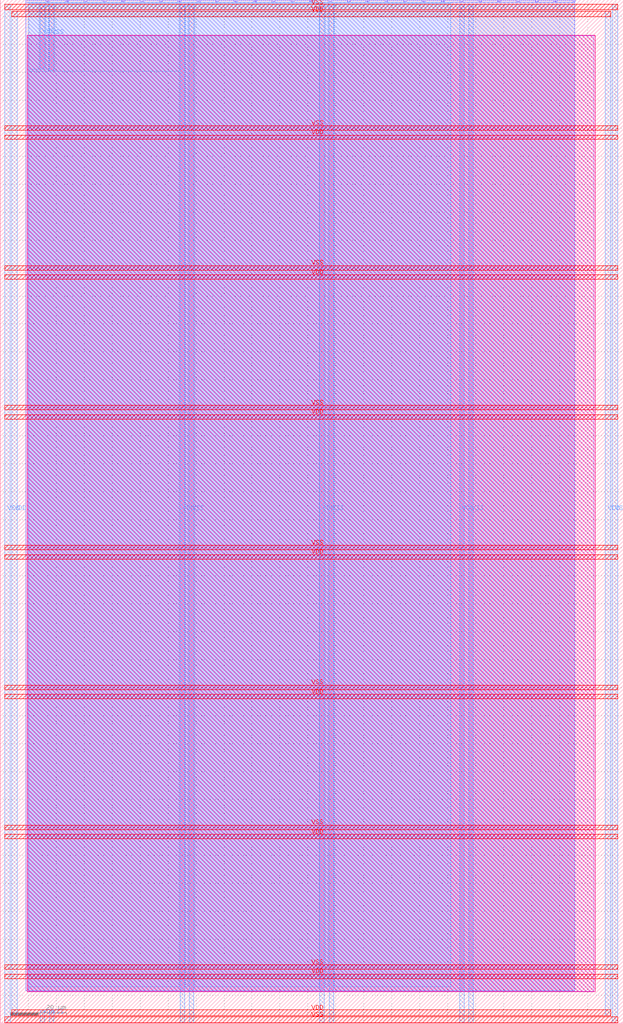
<source format=lef>
VERSION 5.7 ;
  NOWIREEXTENSIONATPIN ON ;
  DIVIDERCHAR "/" ;
  BUSBITCHARS "[]" ;
MACRO efuse_wb_mem_32x8
  CLASS BLOCK ;
  FOREIGN efuse_wb_mem_32x8 ;
  ORIGIN 0.000 0.000 ;
  SIZE 222.730 BY 365.825 ;
  PIN VDD
    DIRECTION INOUT ;
    USE POWER ;
    PORT
      LAYER Metal4 ;
        RECT 4.080 2.760 6.080 361.800 ;
    END
    PORT
      LAYER Metal5 ;
        RECT 4.080 2.760 218.240 4.760 ;
    END
    PORT
      LAYER Metal5 ;
        RECT 4.080 359.800 218.240 361.800 ;
    END
    PORT
      LAYER Metal4 ;
        RECT 216.240 2.760 218.240 361.800 ;
    END
    PORT
      LAYER Metal4 ;
        RECT 14.280 0.260 15.880 4.440 ;
    END
    PORT
      LAYER Metal4 ;
        RECT 14.280 341.385 15.880 364.300 ;
    END
    PORT
      LAYER Metal4 ;
        RECT 64.280 0.260 65.880 364.300 ;
    END
    PORT
      LAYER Metal4 ;
        RECT 114.280 0.260 115.880 364.300 ;
    END
    PORT
      LAYER Metal4 ;
        RECT 164.280 0.260 165.880 364.300 ;
    END
    PORT
      LAYER Metal5 ;
        RECT 1.580 15.960 220.740 17.560 ;
    END
    PORT
      LAYER Metal5 ;
        RECT 1.580 65.960 220.740 67.560 ;
    END
    PORT
      LAYER Metal5 ;
        RECT 1.580 115.960 220.740 117.560 ;
    END
    PORT
      LAYER Metal5 ;
        RECT 1.580 165.960 220.740 167.560 ;
    END
    PORT
      LAYER Metal5 ;
        RECT 1.580 215.960 220.740 217.560 ;
    END
    PORT
      LAYER Metal5 ;
        RECT 1.580 265.960 220.740 267.560 ;
    END
    PORT
      LAYER Metal5 ;
        RECT 1.580 315.960 220.740 317.560 ;
    END
  END VDD
  PIN VSS
    DIRECTION INOUT ;
    USE GROUND ;
    PORT
      LAYER Metal4 ;
        RECT 1.580 0.260 3.580 364.300 ;
    END
    PORT
      LAYER Metal5 ;
        RECT 1.580 0.260 220.740 2.260 ;
    END
    PORT
      LAYER Metal5 ;
        RECT 1.580 362.300 220.740 364.300 ;
    END
    PORT
      LAYER Metal4 ;
        RECT 218.740 0.260 220.740 364.300 ;
    END
    PORT
      LAYER Metal4 ;
        RECT 17.580 0.260 19.180 4.440 ;
    END
    PORT
      LAYER Metal4 ;
        RECT 17.580 340.740 19.180 364.300 ;
    END
    PORT
      LAYER Metal4 ;
        RECT 67.580 0.260 69.180 364.300 ;
    END
    PORT
      LAYER Metal4 ;
        RECT 117.580 0.260 119.180 364.300 ;
    END
    PORT
      LAYER Metal4 ;
        RECT 167.580 0.260 169.180 364.300 ;
    END
    PORT
      LAYER Metal5 ;
        RECT 1.580 19.260 220.740 20.860 ;
    END
    PORT
      LAYER Metal5 ;
        RECT 1.580 69.260 220.740 70.860 ;
    END
    PORT
      LAYER Metal5 ;
        RECT 1.580 119.260 220.740 120.860 ;
    END
    PORT
      LAYER Metal5 ;
        RECT 1.580 169.260 220.740 170.860 ;
    END
    PORT
      LAYER Metal5 ;
        RECT 1.580 219.260 220.740 220.860 ;
    END
    PORT
      LAYER Metal5 ;
        RECT 1.580 269.260 220.740 270.860 ;
    END
    PORT
      LAYER Metal5 ;
        RECT 1.580 319.260 220.740 320.860 ;
    END
  END VSS
  PIN wb_ack_o
    DIRECTION OUTPUT ;
    USE SIGNAL ;
    ANTENNADIFFAREA 1.182800 ;
    PORT
      LAYER Metal2 ;
        RECT 30.240 365.265 30.800 365.825 ;
    END
  END wb_ack_o
  PIN wb_adr_i[0]
    DIRECTION INPUT ;
    USE SIGNAL ;
    ANTENNAGATEAREA 1.102000 ;
    ANTENNADIFFAREA 0.410400 ;
    PORT
      LAYER Metal2 ;
        RECT 57.120 365.265 57.680 365.825 ;
    END
  END wb_adr_i[0]
  PIN wb_adr_i[1]
    DIRECTION INPUT ;
    USE SIGNAL ;
    ANTENNAGATEAREA 1.102000 ;
    ANTENNADIFFAREA 0.410400 ;
    PORT
      LAYER Metal2 ;
        RECT 63.840 365.265 64.400 365.825 ;
    END
  END wb_adr_i[1]
  PIN wb_adr_i[2]
    DIRECTION INPUT ;
    USE SIGNAL ;
    ANTENNAGATEAREA 1.102000 ;
    ANTENNADIFFAREA 0.410400 ;
    PORT
      LAYER Metal2 ;
        RECT 70.560 365.265 71.120 365.825 ;
    END
  END wb_adr_i[2]
  PIN wb_adr_i[3]
    DIRECTION INPUT ;
    USE SIGNAL ;
    ANTENNAGATEAREA 1.102000 ;
    ANTENNADIFFAREA 0.410400 ;
    PORT
      LAYER Metal2 ;
        RECT 77.280 365.265 77.840 365.825 ;
    END
  END wb_adr_i[3]
  PIN wb_adr_i[4]
    DIRECTION INPUT ;
    USE SIGNAL ;
    ANTENNAGATEAREA 1.102000 ;
    ANTENNADIFFAREA 0.410400 ;
    PORT
      LAYER Metal2 ;
        RECT 84.000 365.265 84.560 365.825 ;
    END
  END wb_adr_i[4]
  PIN wb_clk_i
    DIRECTION INPUT ;
    USE SIGNAL ;
    ANTENNAGATEAREA 4.738000 ;
    ANTENNADIFFAREA 0.410400 ;
    PORT
      LAYER Metal2 ;
        RECT 43.680 365.265 44.240 365.825 ;
    END
  END wb_clk_i
  PIN wb_cyc_i
    DIRECTION INPUT ;
    USE SIGNAL ;
    ANTENNAGATEAREA 1.102000 ;
    ANTENNADIFFAREA 0.410400 ;
    PORT
      LAYER Metal2 ;
        RECT 23.520 365.265 24.080 365.825 ;
    END
  END wb_cyc_i
  PIN wb_dat_i[0]
    DIRECTION INPUT ;
    USE SIGNAL ;
    ANTENNAGATEAREA 1.102000 ;
    ANTENNADIFFAREA 0.410400 ;
    PORT
      LAYER Metal2 ;
        RECT 90.720 365.265 91.280 365.825 ;
    END
  END wb_dat_i[0]
  PIN wb_dat_i[1]
    DIRECTION INPUT ;
    USE SIGNAL ;
    ANTENNAGATEAREA 1.102000 ;
    ANTENNADIFFAREA 0.410400 ;
    PORT
      LAYER Metal2 ;
        RECT 97.440 365.265 98.000 365.825 ;
    END
  END wb_dat_i[1]
  PIN wb_dat_i[2]
    DIRECTION INPUT ;
    USE SIGNAL ;
    ANTENNAGATEAREA 1.102000 ;
    ANTENNADIFFAREA 0.410400 ;
    PORT
      LAYER Metal2 ;
        RECT 104.160 365.265 104.720 365.825 ;
    END
  END wb_dat_i[2]
  PIN wb_dat_i[3]
    DIRECTION INPUT ;
    USE SIGNAL ;
    ANTENNAGATEAREA 1.102000 ;
    ANTENNADIFFAREA 0.410400 ;
    PORT
      LAYER Metal2 ;
        RECT 110.880 365.265 111.440 365.825 ;
    END
  END wb_dat_i[3]
  PIN wb_dat_i[4]
    DIRECTION INPUT ;
    USE SIGNAL ;
    ANTENNAGATEAREA 1.102000 ;
    ANTENNADIFFAREA 0.410400 ;
    PORT
      LAYER Metal2 ;
        RECT 117.600 365.265 118.160 365.825 ;
    END
  END wb_dat_i[4]
  PIN wb_dat_i[5]
    DIRECTION INPUT ;
    USE SIGNAL ;
    ANTENNAGATEAREA 1.102000 ;
    ANTENNADIFFAREA 0.410400 ;
    PORT
      LAYER Metal2 ;
        RECT 124.320 365.265 124.880 365.825 ;
    END
  END wb_dat_i[5]
  PIN wb_dat_i[6]
    DIRECTION INPUT ;
    USE SIGNAL ;
    ANTENNAGATEAREA 1.102000 ;
    ANTENNADIFFAREA 0.410400 ;
    PORT
      LAYER Metal2 ;
        RECT 131.040 365.265 131.600 365.825 ;
    END
  END wb_dat_i[6]
  PIN wb_dat_i[7]
    DIRECTION INPUT ;
    USE SIGNAL ;
    ANTENNAGATEAREA 1.102000 ;
    ANTENNADIFFAREA 0.410400 ;
    PORT
      LAYER Metal2 ;
        RECT 137.760 365.265 138.320 365.825 ;
    END
  END wb_dat_i[7]
  PIN wb_dat_o[0]
    DIRECTION OUTPUT ;
    USE SIGNAL ;
    ANTENNADIFFAREA 1.182800 ;
    PORT
      LAYER Metal2 ;
        RECT 151.200 365.265 151.760 365.825 ;
    END
  END wb_dat_o[0]
  PIN wb_dat_o[1]
    DIRECTION OUTPUT ;
    USE SIGNAL ;
    ANTENNADIFFAREA 1.182800 ;
    PORT
      LAYER Metal2 ;
        RECT 157.920 365.265 158.480 365.825 ;
    END
  END wb_dat_o[1]
  PIN wb_dat_o[2]
    DIRECTION OUTPUT ;
    USE SIGNAL ;
    ANTENNADIFFAREA 1.182800 ;
    PORT
      LAYER Metal2 ;
        RECT 164.640 365.265 165.200 365.825 ;
    END
  END wb_dat_o[2]
  PIN wb_dat_o[3]
    DIRECTION OUTPUT ;
    USE SIGNAL ;
    ANTENNADIFFAREA 1.182800 ;
    PORT
      LAYER Metal2 ;
        RECT 171.360 365.265 171.920 365.825 ;
    END
  END wb_dat_o[3]
  PIN wb_dat_o[4]
    DIRECTION OUTPUT ;
    USE SIGNAL ;
    ANTENNADIFFAREA 1.182800 ;
    PORT
      LAYER Metal2 ;
        RECT 178.080 365.265 178.640 365.825 ;
    END
  END wb_dat_o[4]
  PIN wb_dat_o[5]
    DIRECTION OUTPUT ;
    USE SIGNAL ;
    ANTENNADIFFAREA 1.182800 ;
    PORT
      LAYER Metal2 ;
        RECT 184.800 365.265 185.360 365.825 ;
    END
  END wb_dat_o[5]
  PIN wb_dat_o[6]
    DIRECTION OUTPUT ;
    USE SIGNAL ;
    ANTENNADIFFAREA 1.182800 ;
    PORT
      LAYER Metal2 ;
        RECT 191.520 365.265 192.080 365.825 ;
    END
  END wb_dat_o[6]
  PIN wb_dat_o[7]
    DIRECTION OUTPUT ;
    USE SIGNAL ;
    ANTENNADIFFAREA 1.182800 ;
    PORT
      LAYER Metal2 ;
        RECT 198.240 365.265 198.800 365.825 ;
    END
  END wb_dat_o[7]
  PIN wb_rst_i
    DIRECTION INPUT ;
    USE SIGNAL ;
    ANTENNAGATEAREA 1.102000 ;
    ANTENNADIFFAREA 0.410400 ;
    PORT
      LAYER Metal2 ;
        RECT 36.960 365.265 37.520 365.825 ;
    END
  END wb_rst_i
  PIN wb_sel_i
    DIRECTION INPUT ;
    USE SIGNAL ;
    ANTENNAGATEAREA 1.102000 ;
    ANTENNADIFFAREA 0.410400 ;
    PORT
      LAYER Metal2 ;
        RECT 144.480 365.265 145.040 365.825 ;
    END
  END wb_sel_i
  PIN wb_stb_i
    DIRECTION INPUT ;
    USE SIGNAL ;
    ANTENNAGATEAREA 1.102000 ;
    ANTENNADIFFAREA 0.410400 ;
    PORT
      LAYER Metal2 ;
        RECT 16.800 365.265 17.360 365.825 ;
    END
  END wb_stb_i
  PIN wb_we_i
    DIRECTION INPUT ;
    USE SIGNAL ;
    ANTENNAGATEAREA 1.102000 ;
    ANTENNADIFFAREA 0.410400 ;
    PORT
      LAYER Metal2 ;
        RECT 50.400 365.265 50.960 365.825 ;
    END
  END wb_we_i
  PIN write_enable_i
    DIRECTION INPUT ;
    USE SIGNAL ;
    ANTENNAGATEAREA 17.632000 ;
    ANTENNADIFFAREA 3.283200 ;
    PORT
      LAYER Metal2 ;
        RECT 204.960 365.265 205.520 365.825 ;
    END
  END write_enable_i
  OBS
      LAYER Nwell ;
        RECT 9.650 11.330 212.670 353.230 ;
      LAYER Metal1 ;
        RECT 10.080 11.460 212.240 353.100 ;
      LAYER Metal2 ;
        RECT 9.100 364.965 16.500 365.685 ;
        RECT 17.660 364.965 23.220 365.685 ;
        RECT 24.380 364.965 29.940 365.685 ;
        RECT 31.100 364.965 36.660 365.685 ;
        RECT 37.820 364.965 43.380 365.685 ;
        RECT 44.540 364.965 50.100 365.685 ;
        RECT 51.260 364.965 56.820 365.685 ;
        RECT 57.980 364.965 63.540 365.685 ;
        RECT 64.700 364.965 70.260 365.685 ;
        RECT 71.420 364.965 76.980 365.685 ;
        RECT 78.140 364.965 83.700 365.685 ;
        RECT 84.860 364.965 90.420 365.685 ;
        RECT 91.580 364.965 97.140 365.685 ;
        RECT 98.300 364.965 103.860 365.685 ;
        RECT 105.020 364.965 110.580 365.685 ;
        RECT 111.740 364.965 117.300 365.685 ;
        RECT 118.460 364.965 124.020 365.685 ;
        RECT 125.180 364.965 130.740 365.685 ;
        RECT 131.900 364.965 137.460 365.685 ;
        RECT 138.620 364.965 144.180 365.685 ;
        RECT 145.340 364.965 150.900 365.685 ;
        RECT 152.060 364.965 157.620 365.685 ;
        RECT 158.780 364.965 164.340 365.685 ;
        RECT 165.500 364.965 171.060 365.685 ;
        RECT 172.220 364.965 177.780 365.685 ;
        RECT 178.940 364.965 184.500 365.685 ;
        RECT 185.660 364.965 191.220 365.685 ;
        RECT 192.380 364.965 197.940 365.685 ;
        RECT 199.100 364.965 204.660 365.685 ;
        RECT 9.100 11.570 205.380 364.965 ;
      LAYER Metal3 ;
        RECT 10.270 11.620 205.430 364.980 ;
      LAYER Metal4 ;
        RECT 10.240 364.600 161.140 365.030 ;
        RECT 10.240 341.085 13.980 364.600 ;
        RECT 16.180 341.085 17.280 364.600 ;
        RECT 10.240 340.440 17.280 341.085 ;
        RECT 19.480 340.440 63.980 364.600 ;
        RECT 10.240 12.970 63.980 340.440 ;
        RECT 66.180 12.970 67.280 364.600 ;
        RECT 69.480 12.970 113.980 364.600 ;
        RECT 116.180 12.970 117.280 364.600 ;
        RECT 119.480 12.970 161.140 364.600 ;
  END
END efuse_wb_mem_32x8
END LIBRARY


</source>
